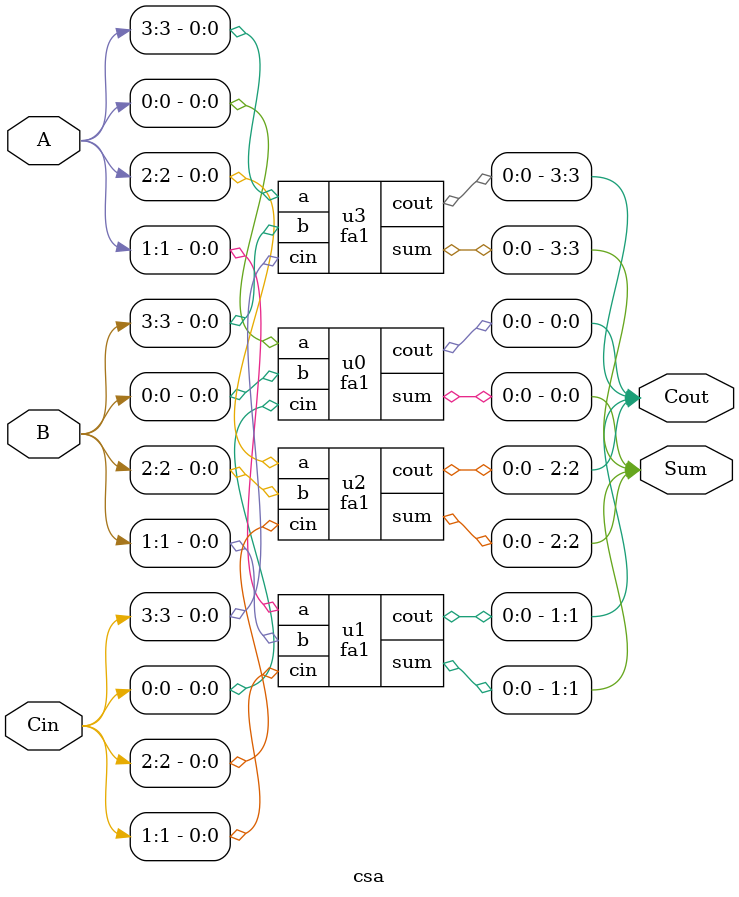
<source format=v>

module fa1 (
    input  wire a,     // bit A
    input  wire b,     // bit B
    input  wire cin,   // bit Cin (terceiro operando)
    output wire sum,   // soma parcial
    output wire cout   // carry parcial (maioria de três)
);
    // Implementação gate‑level simples
    wire axb   = a ^ b;            // XOR parcial
    assign sum = axb ^ cin;        // Soma final
    assign cout = (a & b) | (b & cin) | (cin & a); // Carry
endmodule

// Top‑level CSA 4‑bit
module csa (
    input  wire [3:0] A,
    input  wire [3:0] B,
    input  wire [3:0] Cin,
    output wire [3:0] Sum,
    output wire [3:0] Cout
);
    // Instancia quatro somadores completos independentes (sem ripple)
    fa1 u0 (.a(A[0]), .b(B[0]), .cin(Cin[0]), .sum(Sum[0]), .cout(Cout[0]));
    fa1 u1 (.a(A[1]), .b(B[1]), .cin(Cin[1]), .sum(Sum[1]), .cout(Cout[1]));
    fa1 u2 (.a(A[2]), .b(B[2]), .cin(Cin[2]), .sum(Sum[2]), .cout(Cout[2]));
    fa1 u3 (.a(A[3]), .b(B[3]), .cin(Cin[3]), .sum(Sum[3]), .cout(Cout[3]));
endmodule

</source>
